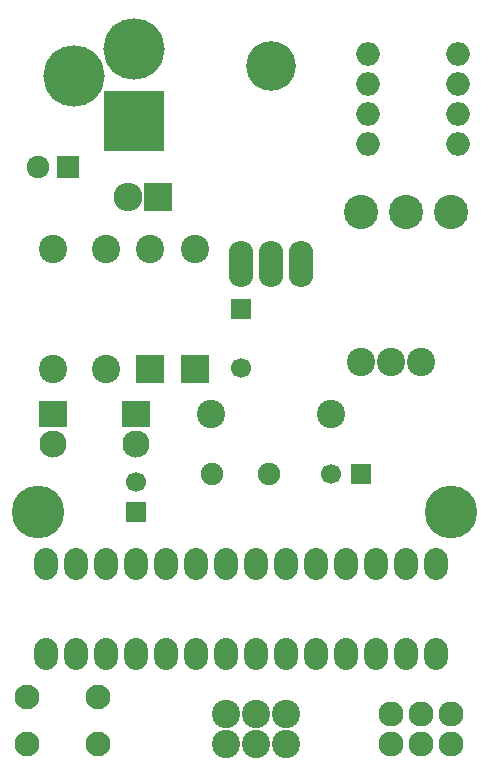
<source format=gbs>
G04 #@! TF.FileFunction,Soldermask,Bot*
%FSLAX46Y46*%
G04 Gerber Fmt 4.6, Leading zero omitted, Abs format (unit mm)*
G04 Created by KiCad (PCBNEW 4.0.2-stable) date 2016 May 27, Friday 16:50:11*
%MOMM*%
G01*
G04 APERTURE LIST*
%ADD10C,0.100000*%
%ADD11C,2.400000*%
%ADD12C,2.900000*%
%ADD13C,5.200600*%
%ADD14R,5.200600X5.200600*%
%ADD15O,2.000000X2.700000*%
%ADD16C,2.127200*%
%ADD17O,2.127200X2.127200*%
%ADD18O,2.000000X2.000000*%
%ADD19R,2.400000X2.300000*%
%ADD20C,2.300000*%
%ADD21R,1.700000X1.700000*%
%ADD22C,1.700000*%
%ADD23R,1.924000X1.924000*%
%ADD24C,1.924000*%
%ADD25C,2.398980*%
%ADD26R,2.398980X2.398980*%
%ADD27R,2.432000X2.432000*%
%ADD28O,2.432000X2.432000*%
%ADD29O,2.099260X3.900120*%
%ADD30C,4.199840*%
%ADD31C,1.901140*%
%ADD32C,4.464000*%
%ADD33C,2.100000*%
G04 APERTURE END LIST*
D10*
D11*
X179070000Y-125730000D03*
X179070000Y-123190000D03*
X181610000Y-125730000D03*
X181610000Y-123190000D03*
X184150000Y-125730000D03*
X184150000Y-123190000D03*
D12*
X198120000Y-80645000D03*
X190500000Y-80645000D03*
X194310000Y-80645000D03*
D13*
X171300000Y-66900000D03*
D14*
X171300000Y-72996000D03*
D13*
X166220000Y-69186000D03*
D15*
X196850000Y-110490000D03*
X194310000Y-110490000D03*
X191770000Y-110490000D03*
X189230000Y-110490000D03*
X186690000Y-110490000D03*
X184150000Y-110490000D03*
X181610000Y-110490000D03*
X179070000Y-110490000D03*
X176530000Y-110490000D03*
X173990000Y-110490000D03*
X171450000Y-110490000D03*
X168910000Y-110490000D03*
X166370000Y-110490000D03*
X163830000Y-110490000D03*
X163830000Y-118110000D03*
X166370000Y-118110000D03*
X168910000Y-118110000D03*
X171450000Y-118110000D03*
X173990000Y-118110000D03*
X176530000Y-118110000D03*
X179070000Y-118110000D03*
X181610000Y-118110000D03*
X184150000Y-118110000D03*
X186690000Y-118110000D03*
X189230000Y-118110000D03*
X191770000Y-118110000D03*
X194310000Y-118110000D03*
X196850000Y-118110000D03*
D16*
X198120000Y-123190000D03*
D17*
X198120000Y-125730000D03*
X195580000Y-123190000D03*
X195580000Y-125730000D03*
X193040000Y-123190000D03*
X193040000Y-125730000D03*
D18*
X191135000Y-67310000D03*
X191135000Y-69850000D03*
X191135000Y-72390000D03*
X191135000Y-74930000D03*
X198755000Y-74930000D03*
X198755000Y-72390000D03*
X198755000Y-69850000D03*
X198755000Y-67310000D03*
D19*
X164465000Y-97790000D03*
D20*
X164465000Y-100330000D03*
D19*
X171450000Y-97790000D03*
D20*
X171450000Y-100330000D03*
D21*
X190500000Y-102870000D03*
D22*
X188000000Y-102870000D03*
D21*
X171450000Y-106045000D03*
D22*
X171450000Y-103545000D03*
D23*
X165735000Y-76835000D03*
D24*
X163195000Y-76835000D03*
D21*
X180340000Y-88900000D03*
D22*
X180340000Y-93900000D03*
D25*
X176527460Y-83820000D03*
D26*
X176527460Y-93980000D03*
D25*
X172717460Y-83820000D03*
D26*
X172717460Y-93980000D03*
D11*
X190500000Y-93345000D03*
X193040000Y-93345000D03*
X195580000Y-93345000D03*
D27*
X173355000Y-79375000D03*
D28*
X170815000Y-79375000D03*
D25*
X177800000Y-97790000D03*
X187960000Y-97790000D03*
X164465000Y-93980000D03*
X164465000Y-83820000D03*
X168910000Y-93980000D03*
X168910000Y-83820000D03*
D29*
X182880000Y-85090000D03*
X180340000Y-85090000D03*
X185420000Y-85090000D03*
D30*
X182880000Y-68326000D03*
D31*
X182780940Y-102870000D03*
X177899060Y-102870000D03*
D32*
X198120000Y-106045000D03*
X163195000Y-106045000D03*
D33*
X162275000Y-121730000D03*
X168275000Y-121730000D03*
X162275000Y-125730000D03*
X168275000Y-125730000D03*
M02*

</source>
